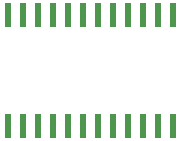
<source format=gbr>
G04 #@! TF.FileFunction,Paste,Bot*
%FSLAX46Y46*%
G04 Gerber Fmt 4.6, Leading zero omitted, Abs format (unit mm)*
G04 Created by KiCad (PCBNEW 4.0.6) date Sunday, June 10, 2018 'PMt' 07:51:52 PM*
%MOMM*%
%LPD*%
G01*
G04 APERTURE LIST*
%ADD10C,0.100000*%
%ADD11R,0.600000X2.000000*%
G04 APERTURE END LIST*
D10*
D11*
X136015000Y-96300000D03*
X137285000Y-96300000D03*
X138555000Y-96300000D03*
X139825000Y-96300000D03*
X141095000Y-96300000D03*
X142365000Y-96300000D03*
X143635000Y-96300000D03*
X144905000Y-96300000D03*
X146175000Y-96300000D03*
X147445000Y-96300000D03*
X148715000Y-96300000D03*
X149985000Y-96300000D03*
X149985000Y-105700000D03*
X148715000Y-105700000D03*
X147445000Y-105700000D03*
X146175000Y-105700000D03*
X144905000Y-105700000D03*
X143635000Y-105700000D03*
X142365000Y-105700000D03*
X141095000Y-105700000D03*
X139825000Y-105700000D03*
X138555000Y-105700000D03*
X137285000Y-105700000D03*
X136015000Y-105700000D03*
M02*

</source>
